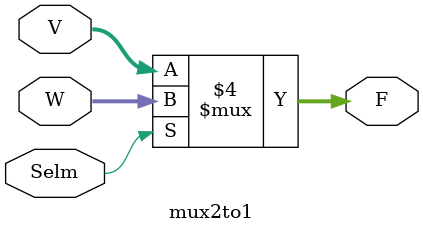
<source format=v>

module addersubtractor2(A, B, Clock, Reset, Sel, AddSub, Z, Overflow);
	parameter n = 16;
	input [n-1:0] A, B;
	input Clock, Reset, Sel, AddSub;
	output [n-1:0] Z;
	output Overflow;
	reg SelR, AddSubR, Overflow;
	reg [n-1:0] Areg, Breg, Zreg;
	wire [n-1:0] G, M, Z;
	wire over_flow;
	
	mux2to1 multiplexer(Areg, Z, SelR, G);
		defparam multiplexer.k = n;
	megaddsub nbit_adder(~AddSubR, G, Breg, M, over_flow);
	assign Z = Zreg;
	
	always @(posedge Reset or posedge Clock)
	begin
		if (Reset == 1)
		begin
			Areg <= 0; Breg <= 0; Zreg <= 0;
			SelR <= 0; AddSubR <= 0; Overflow <= 0;
		end
		else
		begin
			Areg <= A; Breg <= B; Zreg <= M;
			SelR <= Sel; AddSubR <= AddSub; Overflow <= over_flow;
		end
	end
endmodule

module mux2to1 (V, W, Selm, F);
	parameter k = 8;
	input [k-1:0] V, W;
	input Selm;
	output [k-1:0] F;
	reg [k-1:0] F;
	always @(V or W or Selm)
		if (Selm == 0)
			F = V;
	else
			F = W;
endmodule

</source>
